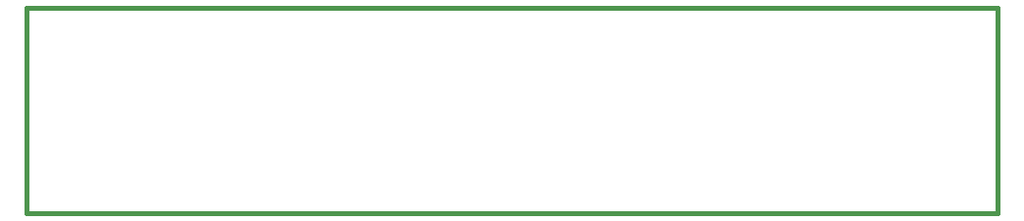
<source format=gko>
G75*
%MOIN*%
%OFA0B0*%
%FSLAX25Y25*%
%IPPOS*%
%LPD*%
%AMOC8*
5,1,8,0,0,1.08239X$1,22.5*
%
%ADD10C,0.00000*%
%ADD11C,0.01600*%
D10*
X0005500Y0108137D02*
X0007666Y0109018D01*
X0335958Y0108684D01*
X0335791Y0037637D01*
X0335500Y0038137D01*
D11*
X0005500Y0038137D01*
X0005500Y0108137D01*
X0335500Y0108137D01*
X0335500Y0038137D01*
M02*

</source>
